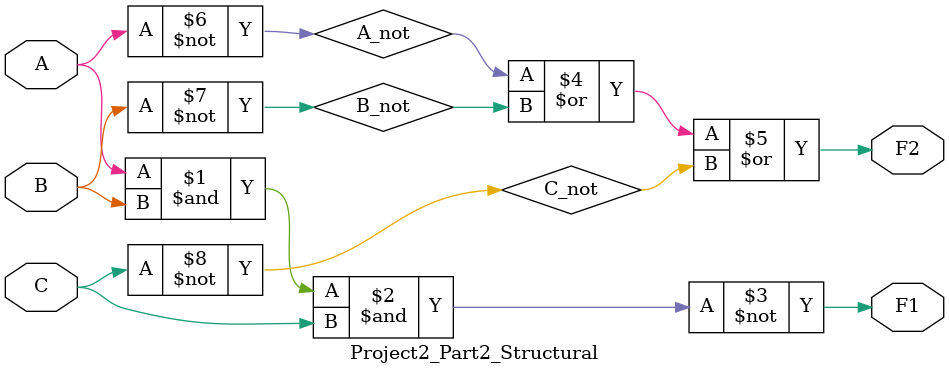
<source format=v>
`timescale 1ns / 1ps


module Project2_Part2_Structural(
    input A,
    input B,
    input C,
    output F1,
    output F2
    );
    
    nand (F1, A, B, C);
    not (A_not, A);
    not (B_not, B);
    not (C_not, C);
    or (F2, A_not, B_not, C_not);
endmodule

</source>
